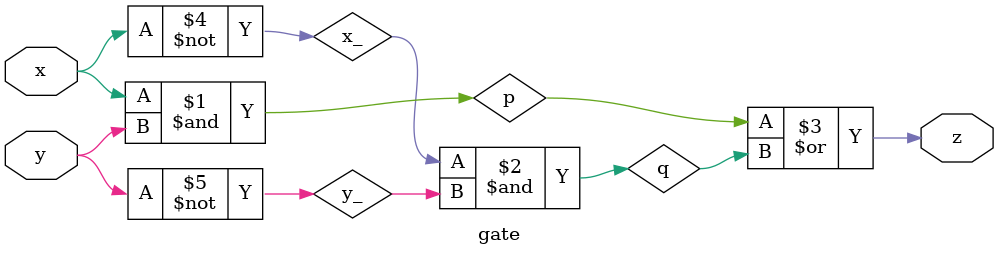
<source format=v>
module gate(
    input x,     
    input y,     
    output z     
);  
    wire x_, y_, p, q;  
    not(x_, x);  
    not(y_, y);  
    and(p, x,y);  
    and(q, x_,y_);  
    or(z,p,q);   
endmodule 
</source>
